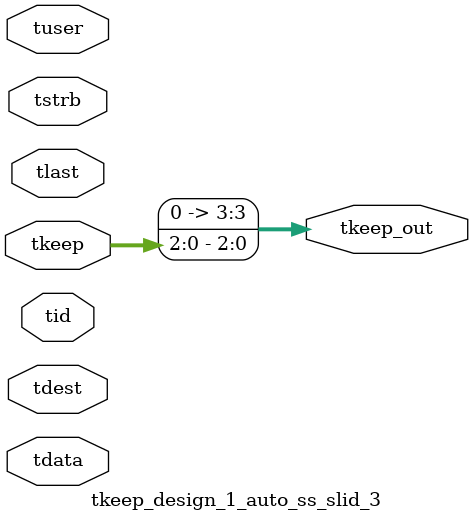
<source format=v>


`timescale 1ps/1ps

module tkeep_design_1_auto_ss_slid_3 #
(
parameter C_S_AXIS_TDATA_WIDTH = 32,
parameter C_S_AXIS_TUSER_WIDTH = 0,
parameter C_S_AXIS_TID_WIDTH   = 0,
parameter C_S_AXIS_TDEST_WIDTH = 0,
parameter C_M_AXIS_TDATA_WIDTH = 32
)
(
input  [(C_S_AXIS_TDATA_WIDTH == 0 ? 1 : C_S_AXIS_TDATA_WIDTH)-1:0     ] tdata,
input  [(C_S_AXIS_TUSER_WIDTH == 0 ? 1 : C_S_AXIS_TUSER_WIDTH)-1:0     ] tuser,
input  [(C_S_AXIS_TID_WIDTH   == 0 ? 1 : C_S_AXIS_TID_WIDTH)-1:0       ] tid,
input  [(C_S_AXIS_TDEST_WIDTH == 0 ? 1 : C_S_AXIS_TDEST_WIDTH)-1:0     ] tdest,
input  [(C_S_AXIS_TDATA_WIDTH/8)-1:0 ] tkeep,
input  [(C_S_AXIS_TDATA_WIDTH/8)-1:0 ] tstrb,
input                                                                    tlast,
output [(C_M_AXIS_TDATA_WIDTH/8)-1:0 ] tkeep_out
);

assign tkeep_out = {tkeep[2:0]};

endmodule


</source>
